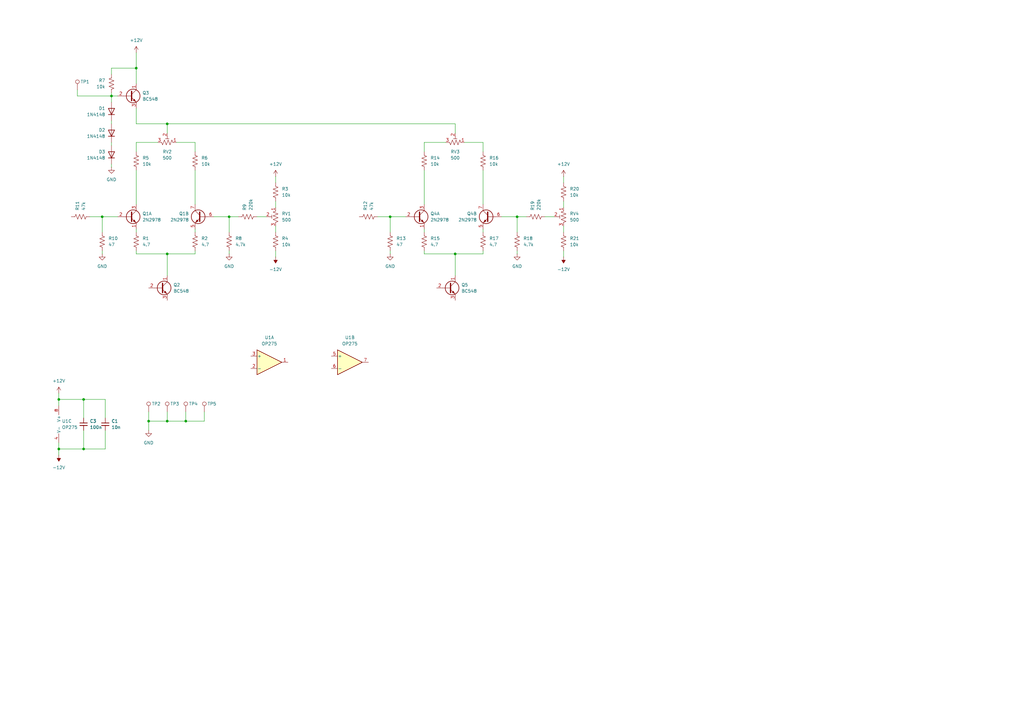
<source format=kicad_sch>
(kicad_sch (version 20250114) (generator "eeschema") (generator_version "9.0")
  (paper "A3")
  (title_block (title "Voltage-Controlled Filter") (rev "A") (company "QuBi"))
  (lib_symbols
    (symbol "Amplifier_Operational:OP275" (pin_names (offset 0.127))
      (property "Reference" "U" (at 0 5.08 0))
      (property "Value" "OP275" (at 0 -5.08 0))
      (symbol "OP275_1_1"
        (polyline (pts (xy -5.08 5.08) (xy 5.08 0) (xy -5.08 -5.08) (xy -5.08 5.08)) (stroke (width 0.254)) (fill (type background)))
        (pin input line (at -7.62 2.54 0) (length 2.54) (name "+") (number "3"))
        (pin input line (at -7.62 -2.54 0) (length 2.54) (name "-") (number "2"))
        (pin output line (at 7.62 0 180) (length 2.54) (name "~") (number "1"))
      )
      (symbol "OP275_2_1"
        (polyline (pts (xy -5.08 5.08) (xy 5.08 0) (xy -5.08 -5.08) (xy -5.08 5.08)) (stroke (width 0.254)) (fill (type background)))
        (pin input line (at -7.62 2.54 0) (length 2.54) (name "+") (number "5"))
        (pin input line (at -7.62 -2.54 0) (length 2.54) (name "-") (number "6"))
        (pin output line (at 7.62 0 180) (length 2.54) (name "~") (number "7"))
      )
      (symbol "OP275_3_1"
        (pin power_in line (at -2.54 7.62 270) (length 3.81) (name "V+") (number "8"))
        (pin power_in line (at -2.54 -7.62 90) (length 3.81) (name "V-") (number "4"))
      )
    )
    (symbol "Connector:TestPoint" (pin_numbers (hide yes)) (pin_names (offset 0.762) (hide yes))
      (property "Reference" "TP" (at 0 6.858 0))
      (property "Value" "TestPoint" (at 0 5.08 0))
      (symbol "TestPoint_0_1"
        (circle (center 0 3.302) (radius 0.762))
      )
      (symbol "TestPoint_1_1"
        (pin passive line (at 0 0 90) (length 2.54) (name "1") (number "1"))
      )
    )
    (symbol "Device:C_Small" (pin_numbers (hide yes)) (pin_names (offset 0.254) (hide yes))
      (property "Reference" "C" (at 0.254 1.778 0))
      (property "Value" "C_Small" (at 0.254 -2.032 0))
      (symbol "C_Small_0_1"
        (polyline (pts (xy -1.524 0.508) (xy 1.524 0.508)) (stroke (width 0.3048)))
        (polyline (pts (xy -1.524 -0.508) (xy 1.524 -0.508)) (stroke (width 0.3302)))
      )
      (symbol "C_Small_1_1"
        (pin passive line (at 0 2.54 270) (length 2.032) (name "~") (number "1"))
        (pin passive line (at 0 -2.54 90) (length 2.032) (name "~") (number "2"))
      )
    )
    (symbol "Device:R_Potentiometer_Trim_US" (pin_names (offset 1.016) (hide yes))
      (property "Reference" "RV" (at -4.445 0 90))
      (property "Value" "R_Potentiometer_Trim_US" (at -2.54 0 90))
      (symbol "R_Potentiometer_Trim_US_0_1"
        (polyline (pts (xy 0 2.286) (xy 0 2.54)))
        (polyline (pts (xy 0 2.286) (xy 1.016 1.905) (xy 0 1.524) (xy -1.016 1.143) (xy 0 0.762)))
        (polyline (pts (xy 0 0.762) (xy 1.016 0.381) (xy 0 0) (xy -1.016 -0.381) (xy 0 -0.762)))
        (polyline (pts (xy 0 -0.762) (xy 1.016 -1.143) (xy 0 -1.524) (xy -1.016 -1.905) (xy 0 -2.286)))
        (polyline (pts (xy 0 -2.286) (xy 0 -2.54)))
        (polyline (pts (xy 1.524 0.762) (xy 1.524 -0.762)))
        (polyline (pts (xy 2.54 0) (xy 1.524 0)))
      )
      (symbol "R_Potentiometer_Trim_US_1_1"
        (pin passive line (at 0 3.81 270) (length 1.27) (name "1") (number "1"))
        (pin passive line (at 0 -3.81 90) (length 1.27) (name "3") (number "3"))
        (pin passive line (at 3.81 0 180) (length 1.27) (name "2") (number "2"))
      )
    )
    (symbol "Device:R_US" (pin_numbers (hide yes)) (pin_names (offset 0))
      (property "Reference" "R" (at 2.54 0 90))
      (property "Value" "R_US" (at -2.54 0 90))
      (symbol "R_US_0_1"
        (polyline (pts (xy 0 2.286) (xy 0 2.54)))
        (polyline (pts (xy 0 2.286) (xy 1.016 1.905) (xy 0 1.524) (xy -1.016 1.143) (xy 0 0.762)))
        (polyline (pts (xy 0 0.762) (xy 1.016 0.381) (xy 0 0) (xy -1.016 -0.381) (xy 0 -0.762)))
        (polyline (pts (xy 0 -0.762) (xy 1.016 -1.143) (xy 0 -1.524) (xy -1.016 -1.905) (xy 0 -2.286)))
        (polyline (pts (xy 0 -2.286) (xy 0 -2.54)))
      )
      (symbol "R_US_1_1"
        (pin passive line (at 0 3.81 270) (length 1.27) (name "~") (number "1"))
        (pin passive line (at 0 -3.81 90) (length 1.27) (name "~") (number "2"))
      )
    )
    (symbol "Diode:1N4148" (pin_numbers (hide yes)) (pin_names (hide yes))
      (property "Reference" "D" (at 0 2.54 0))
      (property "Value" "1N4148" (at 0 -2.54 0))
      (symbol "1N4148_0_1"
        (polyline (pts (xy -1.27 1.27) (xy -1.27 -1.27)) (stroke (width 0.254)))
        (polyline (pts (xy 1.27 1.27) (xy 1.27 -1.27) (xy -1.27 0) (xy 1.27 1.27)) (stroke (width 0.254)))
        (polyline (pts (xy 1.27 0) (xy -1.27 0)))
      )
      (symbol "1N4148_1_1"
        (pin passive line (at -3.81 0 0) (length 2.54) (name "K") (number "1"))
        (pin passive line (at 3.81 0 180) (length 2.54) (name "A") (number "2"))
      )
    )
    (symbol "ProjectLib_Transient:2N2978" (pin_names (offset 0) (hide yes))
      (property "Reference" "Q" (at 5.08 1.27 0))
      (property "Value" "2N2978" (at 5.08 -1.27 0))
      (symbol "2N2978_0_1"
        (polyline (pts (xy 0.635 1.905) (xy 0.635 -1.905)) (stroke (width 0.508)))
        (polyline (pts (xy 0.635 0.635) (xy 2.54 2.54)))
        (polyline (pts (xy 0.635 0) (xy -2.54 0)))
        (polyline (pts (xy 0.635 -0.635) (xy 2.54 -2.54)))
        (circle (center 1.27 0) (radius 2.8194) (stroke (width 0.254)))
        (polyline (pts (xy 1.27 -1.778) (xy 1.778 -1.27) (xy 2.286 -2.286) (xy 1.27 -1.778)) (fill (type outline)))
      )
      (symbol "2N2978_1_1"
        (pin input line (at -5.08 0 0) (length 2.54) (name "B1") (number "2"))
        (pin passive line (at 2.54 5.08 270) (length 2.54) (name "C1") (number "3"))
        (pin passive line (at 2.54 -5.08 90) (length 2.54) (name "E1") (number "1"))
      )
      (symbol "2N2978_2_1"
        (pin input line (at -5.08 0 0) (length 2.54) (name "B2") (number "6"))
        (pin passive line (at 2.54 5.08 270) (length 2.54) (name "C2") (number "7"))
        (pin passive line (at 2.54 -5.08 90) (length 2.54) (name "E2") (number "5"))
      )
    )
    (symbol "Transistor_BJT:BC548" (pin_names (offset 0) (hide yes))
      (property "Reference" "Q" (at 5.08 1.905 0))
      (property "Value" "BC548" (at 5.08 0 0))
      (symbol "BC548_0_1"
        (polyline (pts (xy -2.54 0) (xy 0.635 0)))
        (polyline (pts (xy 0.635 1.905) (xy 0.635 -1.905)) (stroke (width 0.508)))
        (circle (center 1.27 0) (radius 2.8194) (stroke (width 0.254)))
      )
      (symbol "BC548_1_1"
        (polyline (pts (xy 0.635 0.635) (xy 2.54 2.54)))
        (polyline (pts (xy 0.635 -0.635) (xy 2.54 -2.54)))
        (polyline (pts (xy 1.27 -1.778) (xy 1.778 -1.27) (xy 2.286 -2.286) (xy 1.27 -1.778)) (fill (type outline)))
        (pin input line (at -5.08 0 0) (length 2.54) (name "B") (number "2"))
        (pin passive line (at 2.54 5.08 270) (length 2.54) (name "C") (number "1"))
        (pin passive line (at 2.54 -5.08 90) (length 2.54) (name "E") (number "3"))
      )
    )
    (symbol "power:+12V" (power) (pin_numbers (hide yes)) (pin_names (offset 0) (hide yes))
      (property "Value" "+12V" (at 0 3.556 0))
      (symbol "+12V_0_1"
        (polyline (pts (xy -0.762 1.27) (xy 0 2.54)))
        (polyline (pts (xy 0 2.54) (xy 0.762 1.27)))
        (polyline (pts (xy 0 0) (xy 0 2.54)))
      )
      (symbol "+12V_1_1"
        (pin power_in line (at 0 0 90) (length 0) (name "~") (number "1"))
      )
    )
    (symbol "power:-12V" (power) (pin_numbers (hide yes)) (pin_names (offset 0) (hide yes))
      (property "Value" "-12V" (at 0 3.556 0))
      (symbol "-12V_0_0"
        (pin power_in line (at 0 0 90) (length 0) (name "~") (number "1"))
      )
      (symbol "-12V_0_1"
        (polyline (pts (xy 0 0) (xy 0 1.27) (xy 0.762 1.27) (xy 0 2.54) (xy -0.762 1.27) (xy 0 1.27)) (fill (type outline)))
      )
    )
    (symbol "power:GND" (power) (pin_numbers (hide yes)) (pin_names (offset 0) (hide yes))
      (property "Value" "GND" (at 0 -3.81 0))
      (symbol "GND_0_1"
        (polyline (pts (xy 0 0) (xy 0 -1.27) (xy 1.27 -1.27) (xy 0 -2.54) (xy -1.27 -1.27) (xy 0 -1.27)))
      )
      (symbol "GND_1_1"
        (pin power_in line (at 0 0 270) (length 0) (name "~") (number "1"))
      )
    )
  )
  (junction (at 60.96 172.72))
  (junction (at 93.98 88.9))
  (junction (at 76.2 172.72))
  (junction (at 24.13 163.83))
  (junction (at 212.09 88.9))
  (junction (at 55.88 27.94))
  (junction (at 34.29 163.83))
  (junction (at 24.13 184.15))
  (junction (at 41.91 88.9))
  (junction (at 45.72 39.37))
  (junction (at 186.69 104.14))
  (junction (at 68.58 172.72))
  (junction (at 68.58 50.8))
  (junction (at 160.02 88.9))
  (junction (at 68.58 104.14))
  (junction (at 34.29 184.15))
  (wire (pts (xy 24.13 163.83) (xy 24.13 166.37)))
  (wire (pts (xy 24.13 184.15) (xy 24.13 186.69)))
  (wire (pts (xy 76.2 172.72) (xy 83.82 172.72)))
  (wire (pts (xy 34.29 171.45) (xy 34.29 163.83)))
  (wire (pts (xy 72.39 58.42) (xy 80.01 58.42)))
  (wire (pts (xy 36.83 88.9) (xy 41.91 88.9)))
  (wire (pts (xy 198.12 58.42) (xy 198.12 62.23)))
  (wire (pts (xy 45.72 39.37) (xy 45.72 41.91)))
  (wire (pts (xy 43.18 176.53) (xy 43.18 184.15)))
  (wire (pts (xy 45.72 39.37) (xy 45.72 38.1)))
  (wire (pts (xy 231.14 102.87) (xy 231.14 105.41)))
  (wire (pts (xy 113.03 82.55) (xy 113.03 85.09)))
  (wire (pts (xy 186.69 104.14) (xy 198.12 104.14)))
  (wire (pts (xy 45.72 49.53) (xy 45.72 50.8)))
  (wire (pts (xy 160.02 88.9) (xy 166.37 88.9)))
  (wire (pts (xy 205.74 88.9) (xy 212.09 88.9)))
  (wire (pts (xy 190.5 58.42) (xy 198.12 58.42)))
  (wire (pts (xy 186.69 50.8) (xy 186.69 54.61)))
  (wire (pts (xy 68.58 104.14) (xy 80.01 104.14)))
  (wire (pts (xy 24.13 184.15) (xy 34.29 184.15)))
  (wire (pts (xy 55.88 50.8) (xy 68.58 50.8)))
  (wire (pts (xy 212.09 88.9) (xy 212.09 95.25)))
  (wire (pts (xy 48.26 39.37) (xy 45.72 39.37)))
  (wire (pts (xy 43.18 184.15) (xy 34.29 184.15)))
  (wire (pts (xy 198.12 102.87) (xy 198.12 104.14)))
  (wire (pts (xy 41.91 88.9) (xy 48.26 88.9)))
  (wire (pts (xy 55.88 34.29) (xy 55.88 27.94)))
  (wire (pts (xy 34.29 176.53) (xy 34.29 184.15)))
  (wire (pts (xy 76.2 168.91) (xy 76.2 172.72)))
  (wire (pts (xy 34.29 163.83) (xy 43.18 163.83)))
  (wire (pts (xy 198.12 93.98) (xy 198.12 95.25)))
  (wire (pts (xy 231.14 72.39) (xy 231.14 74.93)))
  (wire (pts (xy 212.09 88.9) (xy 215.9 88.9)))
  (wire (pts (xy 212.09 102.87) (xy 212.09 104.14)))
  (wire (pts (xy 173.99 58.42) (xy 182.88 58.42)))
  (wire (pts (xy 60.96 168.91) (xy 60.96 172.72)))
  (wire (pts (xy 198.12 69.85) (xy 198.12 83.82)))
  (wire (pts (xy 24.13 163.83) (xy 34.29 163.83)))
  (wire (pts (xy 60.96 172.72) (xy 68.58 172.72)))
  (wire (pts (xy 80.01 93.98) (xy 80.01 95.25)))
  (wire (pts (xy 68.58 50.8) (xy 68.58 54.61)))
  (wire (pts (xy 231.14 92.71) (xy 231.14 95.25)))
  (wire (pts (xy 68.58 50.8) (xy 186.69 50.8)))
  (wire (pts (xy 41.91 88.9) (xy 41.91 95.25)))
  (wire (pts (xy 68.58 172.72) (xy 68.58 168.91)))
  (wire (pts (xy 173.99 102.87) (xy 173.99 104.14)))
  (wire (pts (xy 43.18 171.45) (xy 43.18 163.83)))
  (wire (pts (xy 24.13 181.61) (xy 24.13 184.15)))
  (wire (pts (xy 55.88 58.42) (xy 64.77 58.42)))
  (wire (pts (xy 113.03 92.71) (xy 113.03 95.25)))
  (wire (pts (xy 24.13 161.29) (xy 24.13 163.83)))
  (wire (pts (xy 55.88 21.59) (xy 55.88 27.94)))
  (wire (pts (xy 80.01 58.42) (xy 80.01 62.23)))
  (wire (pts (xy 45.72 27.94) (xy 55.88 27.94)))
  (wire (pts (xy 55.88 93.98) (xy 55.88 95.25)))
  (wire (pts (xy 55.88 104.14) (xy 68.58 104.14)))
  (wire (pts (xy 93.98 88.9) (xy 97.79 88.9)))
  (wire (pts (xy 80.01 69.85) (xy 80.01 83.82)))
  (wire (pts (xy 55.88 69.85) (xy 55.88 83.82)))
  (wire (pts (xy 173.99 93.98) (xy 173.99 95.25)))
  (wire (pts (xy 93.98 102.87) (xy 93.98 104.14)))
  (wire (pts (xy 231.14 82.55) (xy 231.14 85.09)))
  (wire (pts (xy 113.03 102.87) (xy 113.03 105.41)))
  (wire (pts (xy 87.63 88.9) (xy 93.98 88.9)))
  (wire (pts (xy 55.88 44.45) (xy 55.88 50.8)))
  (wire (pts (xy 68.58 172.72) (xy 76.2 172.72)))
  (wire (pts (xy 186.69 104.14) (xy 186.69 113.03)))
  (wire (pts (xy 55.88 62.23) (xy 55.88 58.42)))
  (wire (pts (xy 80.01 102.87) (xy 80.01 104.14)))
  (wire (pts (xy 113.03 72.39) (xy 113.03 74.93)))
  (wire (pts (xy 45.72 30.48) (xy 45.72 27.94)))
  (wire (pts (xy 45.72 67.31) (xy 45.72 68.58)))
  (wire (pts (xy 93.98 88.9) (xy 93.98 95.25)))
  (wire (pts (xy 41.91 102.87) (xy 41.91 104.14)))
  (wire (pts (xy 45.72 58.42) (xy 45.72 59.69)))
  (wire (pts (xy 31.75 39.37) (xy 45.72 39.37)))
  (wire (pts (xy 31.75 36.83) (xy 31.75 39.37)))
  (wire (pts (xy 68.58 104.14) (xy 68.58 113.03)))
  (wire (pts (xy 223.52 88.9) (xy 227.33 88.9)))
  (wire (pts (xy 105.41 88.9) (xy 109.22 88.9)))
  (wire (pts (xy 173.99 104.14) (xy 186.69 104.14)))
  (wire (pts (xy 154.94 88.9) (xy 160.02 88.9)))
  (wire (pts (xy 160.02 88.9) (xy 160.02 95.25)))
  (wire (pts (xy 173.99 62.23) (xy 173.99 58.42)))
  (wire (pts (xy 83.82 168.91) (xy 83.82 172.72)))
  (wire (pts (xy 173.99 69.85) (xy 173.99 83.82)))
  (wire (pts (xy 160.02 102.87) (xy 160.02 104.14)))
  (wire (pts (xy 55.88 102.87) (xy 55.88 104.14)))
  (wire (pts (xy 60.96 172.72) (xy 60.96 176.53)))
  (symbol (lib_id "Device:R_US") (at 198.12 99.06 0) (unit 1)
    (property "Reference" "R17" (at 200.66 97.7899 0) (effects (justify left)))
    (property "Value" "4.7" (at 200.66 100.3299 0) (effects (justify left)))
    (property "Footprint" "Resistor_THT:R_Axial_DIN0207_L6.3mm_D2.5mm_P10.16mm_Horizontal" (effects (hide yes)))
    (property "Description" "Resistor, US symbol" (effects (hide yes)))
  )
  (symbol (lib_id "ProjectLib_Transient:2N2978") (at 200.66 88.9 0) (mirror y) (unit 2)
    (property "Reference" "Q4" (at 195.58 87.6299 0) (effects (justify left)))
    (property "Value" "2N2978" (at 195.58 90.1699 0) (effects (justify left)))
    (property "Footprint" "ProjectLib_Transient:TO-5-6" (effects (hide yes)))
    (property "Description" "Dual NPN transistor, 6 pin package" (effects (hide yes)))
  )
  (symbol (lib_id "Diode:1N4148") (at 45.72 54.61 270) (mirror x) (unit 1)
    (property "Reference" "D2" (at 43.18 53.3399 90) (effects (justify right)))
    (property "Value" "1N4148" (at 43.18 55.8799 90) (effects (justify right)))
    (property "Footprint" "Diode_THT:D_DO-35_SOD27_P7.62mm_Horizontal" (effects (hide yes)))
    (property "Datasheet" "https://assets.nexperia.com/documents/data-sheet/1N4148_1N4448.pdf" (effects (hide yes)))
    (property "Description" "100V 0.15A standard switching diode, DO-35" (effects (hide yes)))
    (property "Sim.Device" "D" (effects (hide yes)))
    (property "Sim.Pins" "1=K 2=A" (effects (hide yes)))
  )
  (symbol (lib_id "power:GND") (at 41.91 104.14 0) (unit 1)
    (property "Reference" "#PWR06" (effects (hide yes)))
    (property "Value" "GND" (at 41.91 109.22 0))
    (property "Description" "Power symbol creates a global label with name \"GND\" , ground" (effects (hide yes)))
  )
  (symbol (lib_id "power:GND") (at 60.96 176.53 0) (unit 1)
    (property "Reference" "#PWR09" (effects (hide yes)))
    (property "Value" "GND" (at 60.96 181.61 0))
    (property "Description" "Power symbol creates a global label with name \"GND\" , ground" (effects (hide yes)))
  )
  (symbol (lib_id "Device:R_US") (at 55.88 66.04 0) (unit 1)
    (property "Reference" "R5" (at 58.42 64.7699 0) (effects (justify left)))
    (property "Value" "10k" (at 58.42 67.3099 0) (effects (justify left)))
    (property "Footprint" "Resistor_THT:R_Axial_DIN0207_L6.3mm_D2.5mm_P10.16mm_Horizontal" (effects (hide yes)))
    (property "Description" "Resistor, US symbol" (effects (hide yes)))
  )
  (symbol (lib_id "power:GND") (at 93.98 104.14 0) (unit 1)
    (property "Reference" "#PWR02" (effects (hide yes)))
    (property "Value" "GND" (at 93.98 109.22 0))
    (property "Description" "Power symbol creates a global label with name \"GND\" , ground" (effects (hide yes)))
  )
  (symbol (lib_id "Connector:TestPoint") (at 31.75 36.83 0) (unit 1)
    (property "Reference" "TP1" (at 33.02 33.528 0) (effects (justify left)))
    (property "Value" "TestPoint" (effects (hide yes)))
    (property "Footprint" "TestPoint:TestPoint_Pad_D2.0mm" (effects (hide yes)))
    (property "Description" "test point" (effects (hide yes)))
  )
  (symbol (lib_id "power:-12V") (at 231.14 105.41 180) (unit 1)
    (property "Reference" "#PWR014" (effects (hide yes)))
    (property "Value" "-12V" (at 231.14 110.49 0))
    (property "Description" "Power symbol creates a global label with name \"-12V\"" (effects (hide yes)))
  )
  (symbol (lib_id "Device:R_US") (at 212.09 99.06 0) (unit 1)
    (property "Reference" "R18" (at 214.63 97.7899 0) (effects (justify left)))
    (property "Value" "4.7k" (at 214.63 100.3299 0) (effects (justify left)))
    (property "Footprint" "Resistor_THT:R_Axial_DIN0207_L6.3mm_D2.5mm_P10.16mm_Horizontal" (effects (hide yes)))
    (property "Description" "Resistor, US symbol" (effects (hide yes)))
  )
  (symbol (lib_id "Device:R_US") (at 80.01 66.04 0) (unit 1)
    (property "Reference" "R6" (at 82.55 64.7699 0) (effects (justify left)))
    (property "Value" "10k" (at 82.55 67.3099 0) (effects (justify left)))
    (property "Footprint" "Resistor_THT:R_Axial_DIN0207_L6.3mm_D2.5mm_P10.16mm_Horizontal" (effects (hide yes)))
    (property "Description" "Resistor, US symbol" (effects (hide yes)))
  )
  (symbol (lib_id "Connector:TestPoint") (at 76.2 168.91 0) (unit 1)
    (property "Reference" "TP4" (at 77.47 165.608 0) (effects (justify left)))
    (property "Value" "TestPoint" (effects (hide yes)))
    (property "Footprint" "TestPoint:TestPoint_Pad_D2.0mm" (effects (hide yes)))
    (property "Description" "test point" (effects (hide yes)))
  )
  (symbol (lib_id "Device:R_Potentiometer_Trim_US") (at 231.14 88.9 0) (mirror y) (unit 1)
    (property "Reference" "RV4" (at 233.68 87.6299 0) (effects (justify right)))
    (property "Value" "500" (at 233.68 90.1699 0) (effects (justify right)))
    (property "Footprint" "Potentiometer_THT:Potentiometer_Bourns_3296W_Vertical" (effects (hide yes)))
    (property "Description" "Trim-potentiometer, US symbol" (effects (hide yes)))
  )
  (symbol (lib_id "Transistor_BJT:BC548") (at 184.15 118.11 0) (unit 1)
    (property "Reference" "Q5" (at 189.23 116.8399 0) (effects (justify left)))
    (property "Value" "BC548" (at 189.23 119.3799 0) (effects (justify left)))
    (property "Footprint" "Package_TO_SOT_THT:TO-92_Inline" (effects (hide yes)))
    (property "Datasheet" "https://www.onsemi.com/pub/Collateral/BC550-D.pdf" (effects (hide yes)))
    (property "Description" "0.1A Ic, 30V Vce, Small Signal NPN Transistor, TO-92" (effects (hide yes)))
  )
  (symbol (lib_id "power:-12V") (at 113.03 105.41 180) (unit 1)
    (property "Reference" "#PWR05" (effects (hide yes)))
    (property "Value" "-12V" (at 113.03 110.49 0))
    (property "Description" "Power symbol creates a global label with name \"-12V\"" (effects (hide yes)))
  )
  (symbol (lib_id "power:+12V") (at 55.88 21.59 0) (unit 1)
    (property "Reference" "#PWR03" (effects (hide yes)))
    (property "Value" "+12V" (at 55.88 16.51 0))
    (property "Description" "Power symbol creates a global label with name \"+12V\"" (effects (hide yes)))
  )
  (symbol (lib_id "ProjectLib_Transient:2N2978") (at 171.45 88.9 0) (unit 1)
    (property "Reference" "Q4" (at 176.53 87.6299 0) (effects (justify left)))
    (property "Value" "2N2978" (at 176.53 90.1699 0) (effects (justify left)))
    (property "Footprint" "ProjectLib_Transient:TO-5-6" (effects (hide yes)))
    (property "Description" "Dual NPN transistor, 6 pin package" (effects (hide yes)))
  )
  (symbol (lib_id "Device:R_US") (at 173.99 66.04 0) (unit 1)
    (property "Reference" "R14" (at 176.53 64.7699 0) (effects (justify left)))
    (property "Value" "10k" (at 176.53 67.3099 0) (effects (justify left)))
    (property "Footprint" "Resistor_THT:R_Axial_DIN0207_L6.3mm_D2.5mm_P10.16mm_Horizontal" (effects (hide yes)))
    (property "Description" "Resistor, US symbol" (effects (hide yes)))
  )
  (symbol (lib_id "Device:R_US") (at 231.14 78.74 0) (unit 1)
    (property "Reference" "R20" (at 233.68 77.4699 0) (effects (justify left)))
    (property "Value" "10k" (at 233.68 80.0099 0) (effects (justify left)))
    (property "Footprint" "Resistor_THT:R_Axial_DIN0207_L6.3mm_D2.5mm_P10.16mm_Horizontal" (effects (hide yes)))
    (property "Description" "Resistor, US symbol" (effects (hide yes)))
  )
  (symbol (lib_id "Device:R_Potentiometer_Trim_US") (at 68.58 58.42 270) (mirror x) (unit 1)
    (property "Reference" "RV2" (at 68.58 62.23 90))
    (property "Value" "500" (at 68.58 64.77 90))
    (property "Footprint" "Potentiometer_THT:Potentiometer_Bourns_3296W_Vertical" (effects (hide yes)))
    (property "Description" "Trim-potentiometer, US symbol" (effects (hide yes)))
  )
  (symbol (lib_id "Device:R_Potentiometer_Trim_US") (at 186.69 58.42 270) (mirror x) (unit 1)
    (property "Reference" "RV3" (at 186.69 62.23 90))
    (property "Value" "500" (at 186.69 64.77 90))
    (property "Footprint" "Potentiometer_THT:Potentiometer_Bourns_3296W_Vertical" (effects (hide yes)))
    (property "Description" "Trim-potentiometer, US symbol" (effects (hide yes)))
  )
  (symbol (lib_id "Device:R_US") (at 33.02 88.9 90) (unit 1)
    (property "Reference" "R11" (at 31.7499 86.36 0) (effects (justify left)))
    (property "Value" "47k" (at 34.2899 86.36 0) (effects (justify left)))
    (property "Footprint" "Resistor_THT:R_Axial_DIN0207_L6.3mm_D2.5mm_P10.16mm_Horizontal" (effects (hide yes)))
    (property "Description" "Resistor, US symbol" (effects (hide yes)))
  )
  (symbol (lib_id "Amplifier_Operational:OP275") (at 26.67 173.99 0) (unit 3)
    (property "Reference" "U1" (at 25.4 172.7199 0) (effects (justify left)))
    (property "Value" "OP275" (at 25.4 175.2599 0) (effects (justify left)))
    (property "Footprint" "Package_DIP:DIP-8_W7.62mm_Socket_LongPads" (effects (hide yes)))
    (property "Datasheet" "https://www.analog.com/media/en/technical-documentation/data-sheets/OP275.pdf" (effects (hide yes)))
    (property "Description" "Dual Bipolar/JFET, Audio Operational Amplifier, DIP-8/SOIC-8" (effects (hide yes)))
  )
  (symbol (lib_id "Amplifier_Operational:OP275") (at 110.49 148.59 0) (unit 1)
    (property "Reference" "U1" (at 110.49 138.43 0))
    (property "Value" "OP275" (at 110.49 140.97 0))
    (property "Footprint" "Package_DIP:DIP-8_W7.62mm_Socket_LongPads" (effects (hide yes)))
    (property "Datasheet" "https://www.analog.com/media/en/technical-documentation/data-sheets/OP275.pdf" (effects (hide yes)))
    (property "Description" "Dual Bipolar/JFET, Audio Operational Amplifier, DIP-8/SOIC-8" (effects (hide yes)))
  )
  (symbol (lib_id "Amplifier_Operational:OP275") (at 143.51 148.59 0) (unit 2)
    (property "Reference" "U1" (at 143.51 138.43 0))
    (property "Value" "OP275" (at 143.51 140.97 0))
    (property "Footprint" "Package_DIP:DIP-8_W7.62mm_Socket_LongPads" (effects (hide yes)))
    (property "Datasheet" "https://www.analog.com/media/en/technical-documentation/data-sheets/OP275.pdf" (effects (hide yes)))
    (property "Description" "Dual Bipolar/JFET, Audio Operational Amplifier, DIP-8/SOIC-8" (effects (hide yes)))
  )
  (symbol (lib_id "Device:R_US") (at 173.99 99.06 0) (unit 1)
    (property "Reference" "R15" (at 176.53 97.7899 0) (effects (justify left)))
    (property "Value" "4.7" (at 176.53 100.3299 0) (effects (justify left)))
    (property "Footprint" "Resistor_THT:R_Axial_DIN0207_L6.3mm_D2.5mm_P10.16mm_Horizontal" (effects (hide yes)))
    (property "Description" "Resistor, US symbol" (effects (hide yes)))
  )
  (symbol (lib_id "Device:C_Small") (at 43.18 173.99 0) (unit 1)
    (property "Reference" "C1" (at 45.72 172.7262 0) (effects (justify left)))
    (property "Value" "10n" (at 45.72 175.2662 0) (effects (justify left)))
    (property "Footprint" "Capacitor_THT:C_Rect_L7.0mm_W2.0mm_P5.00mm" (effects (hide yes)))
    (property "Description" "Unpolarized capacitor, small symbol" (effects (hide yes)))
  )
  (symbol (lib_id "Device:R_US") (at 45.72 34.29 0) (mirror y) (unit 1)
    (property "Reference" "R7" (at 43.18 33.0199 0) (effects (justify left)))
    (property "Value" "10k" (at 43.18 35.5599 0) (effects (justify left)))
    (property "Footprint" "Resistor_THT:R_Axial_DIN0207_L6.3mm_D2.5mm_P10.16mm_Horizontal" (effects (hide yes)))
    (property "Description" "Resistor, US symbol" (effects (hide yes)))
  )
  (symbol (lib_id "power:-12V") (at 24.13 186.69 180) (unit 1)
    (property "Reference" "#PWR08" (effects (hide yes)))
    (property "Value" "-12V" (at 24.13 191.77 0))
    (property "Description" "Power symbol creates a global label with name \"-12V\"" (effects (hide yes)))
  )
  (symbol (lib_id "power:GND") (at 212.09 104.14 0) (unit 1)
    (property "Reference" "#PWR012" (effects (hide yes)))
    (property "Value" "GND" (at 212.09 109.22 0))
    (property "Description" "Power symbol creates a global label with name \"GND\" , ground" (effects (hide yes)))
  )
  (symbol (lib_id "Device:R_US") (at 113.03 78.74 0) (unit 1)
    (property "Reference" "R3" (at 115.57 77.4699 0) (effects (justify left)))
    (property "Value" "10k" (at 115.57 80.0099 0) (effects (justify left)))
    (property "Footprint" "Resistor_THT:R_Axial_DIN0207_L6.3mm_D2.5mm_P10.16mm_Horizontal" (effects (hide yes)))
    (property "Description" "Resistor, US symbol" (effects (hide yes)))
  )
  (symbol (lib_id "Device:R_US") (at 101.6 88.9 90) (unit 1)
    (property "Reference" "R9" (at 100.3299 86.36 0) (effects (justify left)))
    (property "Value" "220k" (at 102.8699 86.36 0) (effects (justify left)))
    (property "Footprint" "Resistor_THT:R_Axial_DIN0207_L6.3mm_D2.5mm_P10.16mm_Horizontal" (effects (hide yes)))
    (property "Description" "Resistor, US symbol" (effects (hide yes)))
  )
  (symbol (lib_id "Diode:1N4148") (at 45.72 45.72 270) (mirror x) (unit 1)
    (property "Reference" "D1" (at 43.18 44.4499 90) (effects (justify right)))
    (property "Value" "1N4148" (at 43.18 46.9899 90) (effects (justify right)))
    (property "Footprint" "Diode_THT:D_DO-35_SOD27_P7.62mm_Horizontal" (effects (hide yes)))
    (property "Datasheet" "https://assets.nexperia.com/documents/data-sheet/1N4148_1N4448.pdf" (effects (hide yes)))
    (property "Description" "100V 0.15A standard switching diode, DO-35" (effects (hide yes)))
    (property "Sim.Device" "D" (effects (hide yes)))
    (property "Sim.Pins" "1=K 2=A" (effects (hide yes)))
  )
  (symbol (lib_id "ProjectLib_Transient:2N2978") (at 82.55 88.9 0) (mirror y) (unit 2)
    (property "Reference" "Q1" (at 77.47 87.6299 0) (effects (justify left)))
    (property "Value" "2N2978" (at 77.47 90.1699 0) (effects (justify left)))
    (property "Footprint" "ProjectLib_Transient:TO-5-6" (effects (hide yes)))
    (property "Description" "Dual NPN transistor, 6 pin package" (effects (hide yes)))
  )
  (symbol (lib_id "Device:R_US") (at 160.02 99.06 0) (unit 1)
    (property "Reference" "R13" (at 162.56 97.7899 0) (effects (justify left)))
    (property "Value" "47" (at 162.56 100.3299 0) (effects (justify left)))
    (property "Footprint" "Resistor_THT:R_Axial_DIN0207_L6.3mm_D2.5mm_P10.16mm_Horizontal" (effects (hide yes)))
    (property "Description" "Resistor, US symbol" (effects (hide yes)))
  )
  (symbol (lib_id "power:+12V") (at 231.14 72.39 0) (unit 1)
    (property "Reference" "#PWR013" (effects (hide yes)))
    (property "Value" "+12V" (at 231.14 67.31 0))
    (property "Description" "Power symbol creates a global label with name \"+12V\"" (effects (hide yes)))
  )
  (symbol (lib_id "power:+12V") (at 113.03 72.39 0) (unit 1)
    (property "Reference" "#PWR04" (effects (hide yes)))
    (property "Value" "+12V" (at 113.03 67.31 0))
    (property "Description" "Power symbol creates a global label with name \"+12V\"" (effects (hide yes)))
  )
  (symbol (lib_id "Connector:TestPoint") (at 83.82 168.91 0) (unit 1)
    (property "Reference" "TP5" (at 85.09 165.608 0) (effects (justify left)))
    (property "Value" "TestPoint" (effects (hide yes)))
    (property "Footprint" "TestPoint:TestPoint_Pad_D2.0mm" (effects (hide yes)))
    (property "Description" "test point" (effects (hide yes)))
  )
  (symbol (lib_id "Diode:1N4148") (at 45.72 63.5 270) (mirror x) (unit 1)
    (property "Reference" "D3" (at 43.18 62.2299 90) (effects (justify right)))
    (property "Value" "1N4148" (at 43.18 64.7699 90) (effects (justify right)))
    (property "Footprint" "Diode_THT:D_DO-35_SOD27_P7.62mm_Horizontal" (effects (hide yes)))
    (property "Datasheet" "https://assets.nexperia.com/documents/data-sheet/1N4148_1N4448.pdf" (effects (hide yes)))
    (property "Description" "100V 0.15A standard switching diode, DO-35" (effects (hide yes)))
    (property "Sim.Device" "D" (effects (hide yes)))
    (property "Sim.Pins" "1=K 2=A" (effects (hide yes)))
  )
  (symbol (lib_id "Connector:TestPoint") (at 60.96 168.91 0) (unit 1)
    (property "Reference" "TP2" (at 62.23 165.608 0) (effects (justify left)))
    (property "Value" "TestPoint" (effects (hide yes)))
    (property "Footprint" "TestPoint:TestPoint_Pad_D2.0mm" (effects (hide yes)))
    (property "Description" "test point" (effects (hide yes)))
  )
  (symbol (lib_id "Device:R_US") (at 55.88 99.06 0) (unit 1)
    (property "Reference" "R1" (at 58.42 97.7899 0) (effects (justify left)))
    (property "Value" "4.7" (at 58.42 100.3299 0) (effects (justify left)))
    (property "Footprint" "Resistor_THT:R_Axial_DIN0207_L6.3mm_D2.5mm_P10.16mm_Horizontal" (effects (hide yes)))
    (property "Description" "Resistor, US symbol" (effects (hide yes)))
  )
  (symbol (lib_id "Device:R_US") (at 198.12 66.04 0) (unit 1)
    (property "Reference" "R16" (at 200.66 64.7699 0) (effects (justify left)))
    (property "Value" "10k" (at 200.66 67.3099 0) (effects (justify left)))
    (property "Footprint" "Resistor_THT:R_Axial_DIN0207_L6.3mm_D2.5mm_P10.16mm_Horizontal" (effects (hide yes)))
    (property "Description" "Resistor, US symbol" (effects (hide yes)))
  )
  (symbol (lib_id "Transistor_BJT:BC548") (at 66.04 118.11 0) (unit 1)
    (property "Reference" "Q2" (at 71.12 116.8399 0) (effects (justify left)))
    (property "Value" "BC548" (at 71.12 119.3799 0) (effects (justify left)))
    (property "Footprint" "Package_TO_SOT_THT:TO-92_Inline" (effects (hide yes)))
    (property "Datasheet" "https://www.onsemi.com/pub/Collateral/BC550-D.pdf" (effects (hide yes)))
    (property "Description" "0.1A Ic, 30V Vce, Small Signal NPN Transistor, TO-92" (effects (hide yes)))
  )
  (symbol (lib_id "Device:R_US") (at 93.98 99.06 0) (unit 1)
    (property "Reference" "R8" (at 96.52 97.7899 0) (effects (justify left)))
    (property "Value" "4.7k" (at 96.52 100.3299 0) (effects (justify left)))
    (property "Footprint" "Resistor_THT:R_Axial_DIN0207_L6.3mm_D2.5mm_P10.16mm_Horizontal" (effects (hide yes)))
    (property "Description" "Resistor, US symbol" (effects (hide yes)))
  )
  (symbol (lib_id "Device:C_Small") (at 34.29 173.99 0) (unit 1)
    (property "Reference" "C3" (at 36.83 172.7262 0) (effects (justify left)))
    (property "Value" "100n" (at 36.83 175.2662 0) (effects (justify left)))
    (property "Footprint" "Capacitor_THT:C_Rect_L7.0mm_W2.0mm_P5.00mm" (effects (hide yes)))
    (property "Description" "Unpolarized capacitor, small symbol" (effects (hide yes)))
  )
  (symbol (lib_id "Device:R_US") (at 231.14 99.06 0) (unit 1)
    (property "Reference" "R21" (at 233.68 97.7899 0) (effects (justify left)))
    (property "Value" "10k" (at 233.68 100.3299 0) (effects (justify left)))
    (property "Footprint" "Resistor_THT:R_Axial_DIN0207_L6.3mm_D2.5mm_P10.16mm_Horizontal" (effects (hide yes)))
    (property "Description" "Resistor, US symbol" (effects (hide yes)))
  )
  (symbol (lib_id "Connector:TestPoint") (at 68.58 168.91 0) (unit 1)
    (property "Reference" "TP3" (at 69.85 165.608 0) (effects (justify left)))
    (property "Value" "TestPoint" (effects (hide yes)))
    (property "Footprint" "TestPoint:TestPoint_Pad_D2.0mm" (effects (hide yes)))
    (property "Description" "test point" (effects (hide yes)))
  )
  (symbol (lib_id "Device:R_Potentiometer_Trim_US") (at 113.03 88.9 0) (mirror y) (unit 1)
    (property "Reference" "RV1" (at 115.57 87.6299 0) (effects (justify right)))
    (property "Value" "500" (at 115.57 90.1699 0) (effects (justify right)))
    (property "Footprint" "Potentiometer_THT:Potentiometer_Bourns_3296W_Vertical" (effects (hide yes)))
    (property "Description" "Trim-potentiometer, US symbol" (effects (hide yes)))
  )
  (symbol (lib_id "Device:R_US") (at 113.03 99.06 0) (unit 1)
    (property "Reference" "R4" (at 115.57 97.7899 0) (effects (justify left)))
    (property "Value" "10k" (at 115.57 100.3299 0) (effects (justify left)))
    (property "Footprint" "Resistor_THT:R_Axial_DIN0207_L6.3mm_D2.5mm_P10.16mm_Horizontal" (effects (hide yes)))
    (property "Description" "Resistor, US symbol" (effects (hide yes)))
  )
  (symbol (lib_id "power:GND") (at 45.72 68.58 0) (unit 1)
    (property "Reference" "#PWR01" (effects (hide yes)))
    (property "Value" "GND" (at 45.72 73.66 0))
    (property "Description" "Power symbol creates a global label with name \"GND\" , ground" (effects (hide yes)))
  )
  (symbol (lib_id "power:GND") (at 160.02 104.14 0) (unit 1)
    (property "Reference" "#PWR010" (effects (hide yes)))
    (property "Value" "GND" (at 160.02 109.22 0))
    (property "Description" "Power symbol creates a global label with name \"GND\" , ground" (effects (hide yes)))
  )
  (symbol (lib_id "ProjectLib_Transient:2N2978") (at 53.34 88.9 0) (unit 1)
    (property "Reference" "Q1" (at 58.42 87.6299 0) (effects (justify left)))
    (property "Value" "2N2978" (at 58.42 90.1699 0) (effects (justify left)))
    (property "Footprint" "ProjectLib_Transient:TO-5-6" (effects (hide yes)))
    (property "Description" "Dual NPN transistor, 6 pin package" (effects (hide yes)))
  )
  (symbol (lib_id "Device:R_US") (at 41.91 99.06 0) (unit 1)
    (property "Reference" "R10" (at 44.45 97.7899 0) (effects (justify left)))
    (property "Value" "47" (at 44.45 100.3299 0) (effects (justify left)))
    (property "Footprint" "Resistor_THT:R_Axial_DIN0207_L6.3mm_D2.5mm_P10.16mm_Horizontal" (effects (hide yes)))
    (property "Description" "Resistor, US symbol" (effects (hide yes)))
  )
  (symbol (lib_id "Device:R_US") (at 219.71 88.9 90) (unit 1)
    (property "Reference" "R19" (at 218.4399 86.36 0) (effects (justify left)))
    (property "Value" "220k" (at 220.9799 86.36 0) (effects (justify left)))
    (property "Footprint" "Resistor_THT:R_Axial_DIN0207_L6.3mm_D2.5mm_P10.16mm_Horizontal" (effects (hide yes)))
    (property "Description" "Resistor, US symbol" (effects (hide yes)))
  )
  (symbol (lib_id "Transistor_BJT:BC548") (at 53.34 39.37 0) (unit 1)
    (property "Reference" "Q3" (at 58.42 38.0999 0) (effects (justify left)))
    (property "Value" "BC548" (at 58.42 40.6399 0) (effects (justify left)))
    (property "Footprint" "Package_TO_SOT_THT:TO-92_Inline" (effects (hide yes)))
    (property "Datasheet" "https://www.onsemi.com/pub/Collateral/BC550-D.pdf" (effects (hide yes)))
    (property "Description" "0.1A Ic, 30V Vce, Small Signal NPN Transistor, TO-92" (effects (hide yes)))
  )
  (symbol (lib_id "power:+12V") (at 24.13 161.29 0) (unit 1)
    (property "Reference" "#PWR07" (effects (hide yes)))
    (property "Value" "+12V" (at 24.13 156.21 0))
    (property "Description" "Power symbol creates a global label with name \"+12V\"" (effects (hide yes)))
  )
  (symbol (lib_id "Device:R_US") (at 151.13 88.9 90) (unit 1)
    (property "Reference" "R12" (at 149.8599 86.36 0) (effects (justify left)))
    (property "Value" "47k" (at 152.3999 86.36 0) (effects (justify left)))
    (property "Footprint" "Resistor_THT:R_Axial_DIN0207_L6.3mm_D2.5mm_P10.16mm_Horizontal" (effects (hide yes)))
    (property "Description" "Resistor, US symbol" (effects (hide yes)))
  )
  (symbol (lib_id "Device:R_US") (at 80.01 99.06 0) (unit 1)
    (property "Reference" "R2" (at 82.55 97.7899 0) (effects (justify left)))
    (property "Value" "4.7" (at 82.55 100.3299 0) (effects (justify left)))
    (property "Footprint" "Resistor_THT:R_Axial_DIN0207_L6.3mm_D2.5mm_P10.16mm_Horizontal" (effects (hide yes)))
    (property "Description" "Resistor, US symbol" (effects (hide yes)))
  )
)
</source>
